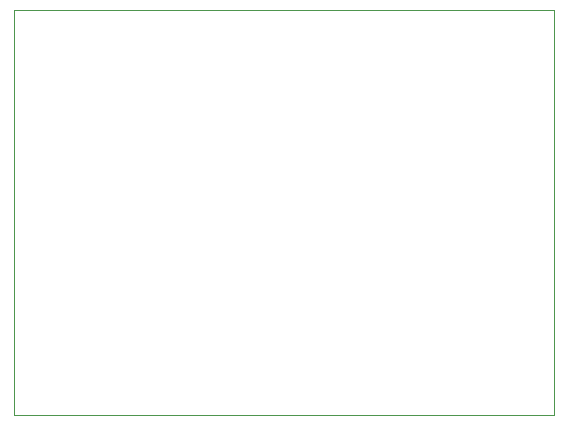
<source format=gko>
G75*
%MOIN*%
%OFA0B0*%
%FSLAX24Y24*%
%IPPOS*%
%LPD*%
%AMOC8*
5,1,8,0,0,1.08239X$1,22.5*
%
%ADD10C,0.0000*%
D10*
X000220Y000220D02*
X000220Y013720D01*
X018220Y013720D01*
X018220Y000220D01*
X000220Y000220D01*
M02*

</source>
